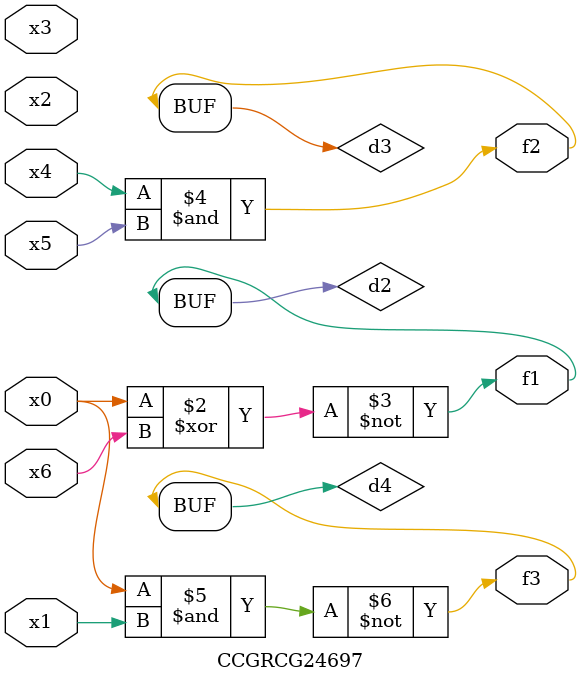
<source format=v>
module CCGRCG24697(
	input x0, x1, x2, x3, x4, x5, x6,
	output f1, f2, f3
);

	wire d1, d2, d3, d4;

	nor (d1, x0);
	xnor (d2, x0, x6);
	and (d3, x4, x5);
	nand (d4, x0, x1);
	assign f1 = d2;
	assign f2 = d3;
	assign f3 = d4;
endmodule

</source>
